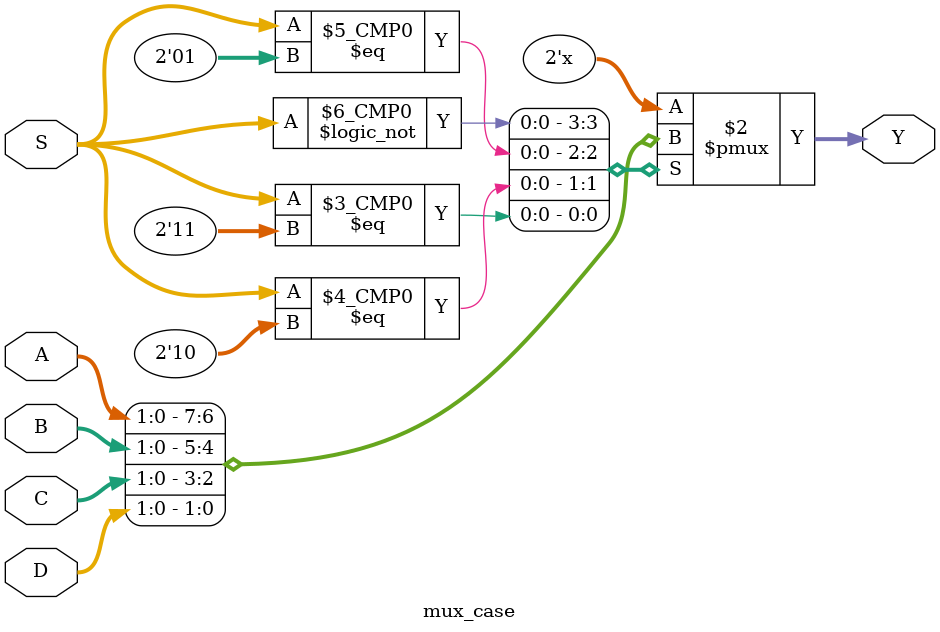
<source format=v>
module mux_case(A,B,C,D,S,Y);

    input [1:0]A,B,C,D;
    input [1:0]S;
    output reg [1:0]Y;

    always @ (A or B or C or D or S) begin
      case(S)
        2'b00 : begin
          Y <= A;
        end
        2'b01 : begin
          Y <= B;
        end
        2'b10 : begin
          Y <= C;
        end
        2'b11 : begin
          Y <= D;
        end
        default : begin
          Y <= 2'b00;
        end
      endcase
    end

endmodule
</source>
